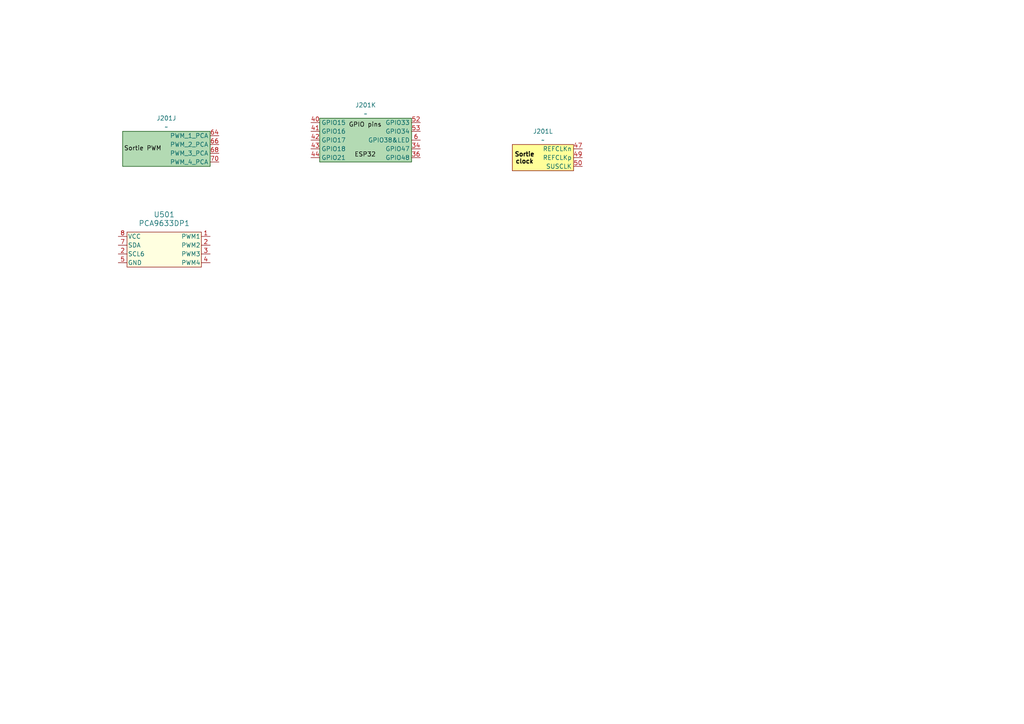
<source format=kicad_sch>
(kicad_sch (version 20231120) (generator "eeschema") (generator_version "8.0")
  (paper "A4")
  (lib_symbols
    (symbol "PCA9633DP1:PCA9633DP1" (pin_names (offset 0.254))
      (property "Reference" "U" (at 0 6.858 0))
      (property "Value" "PCA9633DP1" (at -0.254 4.826 0))
      (symbol "PCA9633DP1_1_1"
        (rectangle (start -10.16 3.81) (end 11.43 -6.35) (fill (type color) (color 255 255 194 0.5)))
        (pin output line (at 13.97 2.54 180) (length 2.54) (name "PWM1") (number "1"))
        (pin output line (at 13.97 0 180) (length 2.54) (name "PWM2") (number "2"))
        (pin output line (at -12.7 -2.54 0) (length 2.54) (name "SCL6") (number "2"))
        (pin output line (at 13.97 -2.54 180) (length 2.54) (name "PWM3") (number "3"))
        (pin output line (at 13.97 -5.08 180) (length 2.54) (name "PWM4") (number "4"))
        (pin output line (at -12.7 -5.08 0) (length 2.54) (name "GND") (number "5"))
        (pin output line (at -12.7 0 0) (length 2.54) (name "SDA") (number "7"))
        (pin output line (at -12.7 2.54 0) (length 2.54) (name "VCC") (number "8"))
      )
    )
    (symbol "connecteur_m2_key_E:connecteur_SOM_ESP32"
      (property "Reference" "J" (at 0.254 16.51 0))
      (symbol "connecteur_SOM_ESP32_1_1"
        (rectangle (start -13.97 7.62) (end 13.97 -27.94) (stroke (width 0) (color 72 0 0 1)) (fill (type color) (color 255 0 0 0.52)))
        (text "Pins d'alimentation\n&\nResets" (at 0 -9.144 0) (effects (font (size 1.27 1.27) (bold yes))))
        (pin power_in line (at 16.51 6.35 180) (length 2.54) (name "GND") (number "1"))
        (pin power_in line (at 16.51 1.27 180) (length 2.54) (name "GND") (number "18"))
        (pin power_in line (at -16.51 6.35 0) (length 2.54) (name "Vcc_3v3") (number "2"))
        (pin power_in line (at 16.51 -1.27 180) (length 2.54) (name "GND") (number "33"))
        (pin power_in line (at 16.51 -3.81 180) (length 2.54) (name "GND") (number "38"))
        (pin power_in line (at 16.51 -6.35 180) (length 2.54) (name "GND") (number "39"))
        (pin power_in line (at -16.51 3.81 0) (length 2.54) (name "Vcc_3v3") (number "4"))
        (pin power_in line (at 16.51 -8.89 180) (length 2.54) (name "GND") (number "45"))
        (pin power_in line (at 16.51 -11.43 180) (length 2.54) (name "GND") (number "51"))
        (pin bidirectional line (at -16.51 1.27 0) (length 2.54) (name "RESET_AUTRES") (number "54"))
        (pin power_in line (at 16.51 -13.97 180) (length 2.54) (name "GND") (number "55"))
        (pin bidirectional line (at -16.51 -21.59 0) (length 2.54) (name "RESET_ESP32") (number "56"))
        (pin power_in line (at 16.51 -16.51 180) (length 2.54) (name "GND") (number "57"))
        (pin power_in line (at 16.51 -19.05 180) (length 2.54) (name "GND") (number "62"))
        (pin power_in line (at 16.51 -21.59 180) (length 2.54) (name "GND") (number "63"))
        (pin power_in line (at 16.51 -24.13 180) (length 2.54) (name "GND") (number "69"))
        (pin power_in line (at 16.51 3.81 180) (length 2.54) (name "GND") (number "7"))
        (pin power_in line (at -16.51 -24.13 0) (length 2.54) (name "Vcc_3v3") (number "72"))
        (pin power_in line (at -16.51 -26.67 0) (length 2.54) (name "Vcc_3v3") (number "74"))
        (pin power_in line (at 16.51 -26.67 180) (length 2.54) (name "GND") (number "75"))
      )
      (symbol "connecteur_SOM_ESP32_2_1"
        (rectangle (start -17.78 11.43) (end 16.51 -12.7) (stroke (width 0) (color 0 0 72 1)) (fill (type color) (color 0 0 255 0.2)))
        (text "I2C" (at -0.254 -0.254 0) (effects (font (size 1.27 1.27))))
        (pin bidirectional line (at 19.05 7.62 180) (length 2.54) (name "I2C_SCL_1_TCA") (number "11"))
        (pin bidirectional line (at 19.05 3.81 180) (length 2.54) (name "I2C_SDA_2_TCA") (number "13"))
        (pin bidirectional line (at 19.05 -2.54 180) (length 2.54) (name "I2C_SDA_3_TCA") (number "14"))
        (pin bidirectional line (at 19.05 1.27 180) (length 2.54) (name "I2C_SCL_2_TCA") (number "15"))
        (pin bidirectional line (at 19.05 -5.08 180) (length 2.54) (name "I2C_SCL_3_TCA") (number "16"))
        (pin bidirectional line (at 19.05 -8.89 180) (length 2.54) (name "I2C_SDA_4_TCA") (number "17"))
        (pin bidirectional line (at 19.05 -11.43 180) (length 2.54) (name "I2C_SCL_4_TCA") (number "19"))
        (pin bidirectional line (at -20.32 1.27 0) (length 2.54) (name "I2C_SDA_ESP32") (number "58"))
        (pin bidirectional line (at -20.32 -1.27 0) (length 2.54) (name "I2C_SCL_ESP32") (number "60"))
        (pin bidirectional line (at 19.05 10.16 180) (length 2.54) (name "I2C_SDA_1_TCA") (number "9"))
      )
      (symbol "connecteur_SOM_ESP32_3_1"
        (rectangle (start -2.54 6.35) (end 15.24 -7.62) (stroke (width 0) (color 0 0 72 1)) (fill (type color) (color 0 0 255 0.2)))
        (text "SPI" (at 0 0 0) (effects (font (size 1.27 1.27) (bold yes))))
        (pin bidirectional line (at 17.78 5.08 180) (length 2.54) (name "SPI_CS_1") (number "20"))
        (pin bidirectional line (at 17.78 2.54 180) (length 2.54) (name "SPI_CS_2") (number "21"))
        (pin bidirectional line (at 17.78 -1.27 180) (length 2.54) (name "SPI_CLK") (number "23"))
        (pin bidirectional line (at 17.78 -3.81 180) (length 2.54) (name "SPI_MOSI") (number "35"))
        (pin bidirectional line (at 17.78 -6.35 180) (length 2.54) (name "SPI_MISO") (number "37"))
      )
      (symbol "connecteur_SOM_ESP32_4_1"
        (rectangle (start -13.97 2.54) (end 10.16 -2.54) (stroke (width 0) (color 0 0 72 1)) (fill (type color) (color 0 0 255 0.2)))
        (text "Canbus" (at -9.906 0.254 0) (effects (font (size 1.27 1.27) (bold yes))))
        (pin bidirectional line (at 12.7 1.27 180) (length 2.54) (name "CAN_H_MCP2515") (number "71"))
        (pin bidirectional line (at 12.7 -1.27 180) (length 2.54) (name "CAN_L_MCP2515") (number "73"))
      )
      (symbol "connecteur_SOM_ESP32_5_1"
        (rectangle (start -3.81 2.54) (end 11.43 -2.54) (stroke (width 0) (color 0 0 72 1)) (fill (type color) (color 0 0 255 0.2)))
        (text "UART" (at -0.254 0.254 0) (effects (font (size 1.27 1.27) (bold yes))))
        (pin bidirectional line (at 13.97 1.27 180) (length 2.54) (name "UART_TX") (number "22"))
        (pin bidirectional line (at 13.97 -1.27 180) (length 2.54) (name "UART_RX") (number "32"))
      )
      (symbol "connecteur_SOM_ESP32_6_1"
        (rectangle (start -11.43 2.54) (end 11.43 -2.54) (stroke (width 0) (color 0 0 72 1)) (fill (type color) (color 0 0 255 0.2)))
        (text "USB" (at -8.636 0.254 0) (effects (font (size 1.27 1.27) (bold yes))))
        (pin bidirectional line (at 13.97 -1.27 180) (length 2.54) (name "USB_D+_FT231") (number "3"))
        (pin bidirectional line (at 13.97 1.27 180) (length 2.54) (name "USB_D-_FT231") (number "5"))
      )
      (symbol "connecteur_SOM_ESP32_7_1"
        (rectangle (start -12.7 2.54) (end 11.43 -2.54) (stroke (width 0) (color 0 0 72 1)) (fill (type color) (color 0 0 255 0.2)))
        (text "DEBUG" (at -8.636 0.254 0) (effects (font (size 1.27 1.27) (bold yes))))
        (pin bidirectional line (at 13.97 1.27 180) (length 2.54) (name "USB_DEBUG_D-") (number "46"))
        (pin bidirectional line (at 13.97 -1.27 180) (length 2.54) (name "USB_DEBUG_D+") (number "48"))
      )
      (symbol "connecteur_SOM_ESP32_8_1"
        (rectangle (start -8.89 5.08) (end 11.43 -2.54) (stroke (width 0) (color 0 0 72 1)) (fill (type color) (color 0 0 255 0.2)))
        (text "I2S" (at -5.842 1.27 0) (effects (font (size 1.27 1.27) (bold yes))))
        (pin bidirectional line (at 13.97 1.27 180) (length 2.54) (name "I2S_WS") (number "10"))
        (pin bidirectional line (at 13.97 -1.27 180) (length 2.54) (name "I2S_DIN/DOUT") (number "12"))
        (pin bidirectional line (at 13.97 3.81 180) (length 2.54) (name "I2S_BCLK") (number "8"))
      )
      (symbol "connecteur_SOM_ESP32_9_1"
        (rectangle (start -16.51 3.81) (end 16.51 -10.16) (fill (type color) (color 255 153 0 0.3)))
        (text "Pins analogue\n<-Input\nOutput->" (at -0.254 -5.842 0) (effects (font (size 1.27 1.27) (bold yes))))
        (pin bidirectional line (at -19.05 1.27 0) (length 2.54) (name "DAC_1_MCP48") (number "59"))
        (pin bidirectional line (at -19.05 -1.27 0) (length 2.54) (name "DAC_2_MCP48") (number "61"))
        (pin power_in line (at 19.05 1.27 180) (length 2.54) (name "ADC_1_MCP3202") (number "65"))
        (pin power_in line (at 19.05 -1.27 180) (length 2.54) (name "ADC_2_MCP3202") (number "67"))
      )
      (symbol "connecteur_SOM_ESP32_10_1"
        (rectangle (start -19.05 5.08) (end 6.35 -5.08) (stroke (width 0) (color 0 72 0 1)) (fill (type color) (color 0 132 0 0.3)))
        (text "Sortie PWM\n" (at -13.208 0.254 0) (effects (font (size 1.27 1.27))))
        (pin output line (at 8.89 3.81 180) (length 2.54) (name "PWM_1_PCA") (number "64"))
        (pin output line (at 8.89 1.27 180) (length 2.54) (name "PWM_2_PCA") (number "66"))
        (pin output line (at 8.89 -1.27 180) (length 2.54) (name "PWM_3_PCA") (number "68"))
        (pin output line (at 8.89 -3.81 180) (length 2.54) (name "PWM_4_PCA") (number "70"))
      )
      (symbol "connecteur_SOM_ESP32_11_1"
        (rectangle (start -12.7 7.62) (end 13.97 -5.08) (stroke (width 0) (color 0 72 0 1)) (fill (type color) (color 0 132 0 0.3)))
        (text "ESP32\n" (at 0.508 -2.794 0) (effects (font (size 1.27 1.27))))
        (text "GPIO pins" (at 0.508 5.842 0) (effects (font (size 1.27 1.27))))
        (pin bidirectional line (at 16.51 -1.27 180) (length 2.54) (name "GPIO47") (number "34"))
        (pin bidirectional line (at 16.51 -3.81 180) (length 2.54) (name "GPIO48") (number "36"))
        (pin bidirectional line (at -15.24 6.35 0) (length 2.54) (name "GPIO15") (number "40"))
        (pin bidirectional line (at -15.24 3.81 0) (length 2.54) (name "GPIO16") (number "41"))
        (pin bidirectional line (at -15.24 1.27 0) (length 2.54) (name "GPIO17") (number "42"))
        (pin bidirectional line (at -15.24 -1.27 0) (length 2.54) (name "GPIO18") (number "43"))
        (pin bidirectional line (at -15.24 -3.81 0) (length 2.54) (name "GPIO21") (number "44"))
        (pin bidirectional line (at 16.51 6.35 180) (length 2.54) (name "GPIO33") (number "52"))
        (pin bidirectional line (at 16.51 3.81 180) (length 2.54) (name "GPIO34") (number "53"))
        (pin bidirectional line (at 16.51 1.27 180) (length 2.54) (name "GPIO38&LED") (number "6"))
      )
      (symbol "connecteur_SOM_ESP32_12_1"
        (rectangle (start -8.89 3.81) (end 8.89 -3.81) (fill (type color) (color 255 255 0 0.4)))
        (text "Sortie\nclock" (at -5.334 0 0) (effects (font (size 1.27 1.27) (bold yes))))
        (pin output line (at 11.43 2.54 180) (length 2.54) (name "REFCLKn") (number "47"))
        (pin output line (at 11.43 0 180) (length 2.54) (name "REFCLKp") (number "49"))
        (pin output line (at 11.43 -2.54 180) (length 2.54) (name "SUSCLK") (number "50"))
      )
    )
  )
  (symbol (lib_id "connecteur_m2_key_E:connecteur_SOM_ESP32") (at 54.61 43.18 0) (unit 10)
    (property "Reference" "J201" (at 48.26 34.29 0))
    (property "Value" "~" (at 48.26 36.83 0))
    (property "Footprint" "connecteur_M2_key_E:NGFF_E" (effects (hide yes)))
  )
  (symbol (lib_id "connecteur_m2_key_E:connecteur_SOM_ESP32") (at 105.41 41.91 0) (unit 11)
    (property "Reference" "J201" (at 106.045 30.48 0))
    (property "Value" "~" (at 106.045 33.02 0))
    (property "Footprint" "connecteur_M2_key_E:NGFF_E" (effects (hide yes)))
  )
  (symbol (lib_id "PCA9633DP1:PCA9633DP1") (at 46.99 71.12 0) (unit 1)
    (property "Reference" "U501" (at 47.625 62.23 0) (effects (font (size 1.524 1.524))))
    (property "Value" "PCA9633DP1" (at 47.625 64.77 0) (effects (font (size 1.524 1.524))))
    (property "Footprint" "SOT505-1_NXP" (effects (hide yes)))
    (property "Datasheet" "PCA9633DP1" (effects (hide yes)))
  )
  (symbol (lib_id "connecteur_m2_key_E:connecteur_SOM_ESP32") (at 157.48 45.72 0) (unit 12)
    (property "Reference" "J201" (at 157.48 38.1 0))
    (property "Value" "~" (at 157.48 40.64 0))
    (property "Footprint" "connecteur_M2_key_E:NGFF_E" (effects (hide yes)))
  )
)
</source>
